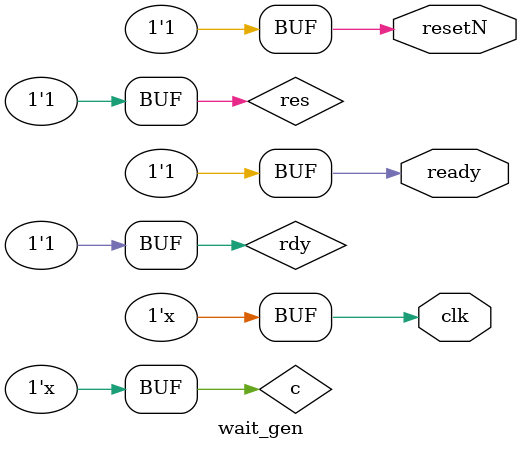
<source format=v>

module wait_gen (
    output clk,
    output resetN,
    output ready);

reg res;
reg c;
reg rdy;

assign resetN = res;
assign clk = c;
assign ready = rdy;

initial
begin
    res = 1'b0;
    c = 1'b0;
    rdy = 1'b1;
    #150 res = 1'b1;
end

always
begin
    #50 c = ~c;
end

endmodule

</source>
